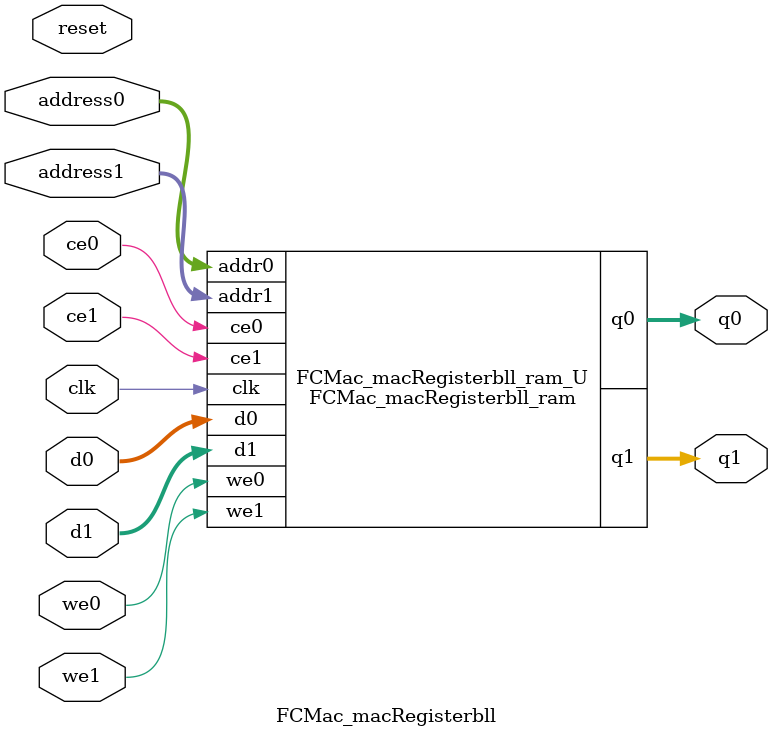
<source format=v>

`timescale 1 ns / 1 ps
module FCMac_macRegisterbll_ram (addr0, ce0, d0, we0, q0, addr1, ce1, d1, we1, q1,  clk);

parameter DWIDTH = 8;
parameter AWIDTH = 3;
parameter MEM_SIZE = 8;

input[AWIDTH-1:0] addr0;
input ce0;
input[DWIDTH-1:0] d0;
input we0;
output reg[DWIDTH-1:0] q0;
input[AWIDTH-1:0] addr1;
input ce1;
input[DWIDTH-1:0] d1;
input we1;
output reg[DWIDTH-1:0] q1;
input clk;

(* ram_style = "block" *)reg [DWIDTH-1:0] ram[0:MEM_SIZE-1];




always @(posedge clk)  
begin 
    if (ce0) 
    begin
        if (we0) 
        begin 
            ram[addr0] <= d0; 
            q0 <= d0;
        end 
        else 
            q0 <= ram[addr0];
    end
end


always @(posedge clk)  
begin 
    if (ce1) 
    begin
        if (we1) 
        begin 
            ram[addr1] <= d1; 
            q1 <= d1;
        end 
        else 
            q1 <= ram[addr1];
    end
end


endmodule


`timescale 1 ns / 1 ps
module FCMac_macRegisterbll(
    reset,
    clk,
    address0,
    ce0,
    we0,
    d0,
    q0,
    address1,
    ce1,
    we1,
    d1,
    q1);

parameter DataWidth = 32'd8;
parameter AddressRange = 32'd8;
parameter AddressWidth = 32'd3;
input reset;
input clk;
input[AddressWidth - 1:0] address0;
input ce0;
input we0;
input[DataWidth - 1:0] d0;
output[DataWidth - 1:0] q0;
input[AddressWidth - 1:0] address1;
input ce1;
input we1;
input[DataWidth - 1:0] d1;
output[DataWidth - 1:0] q1;



FCMac_macRegisterbll_ram FCMac_macRegisterbll_ram_U(
    .clk( clk ),
    .addr0( address0 ),
    .ce0( ce0 ),
    .we0( we0 ),
    .d0( d0 ),
    .q0( q0 ),
    .addr1( address1 ),
    .ce1( ce1 ),
    .we1( we1 ),
    .d1( d1 ),
    .q1( q1 ));

endmodule


</source>
